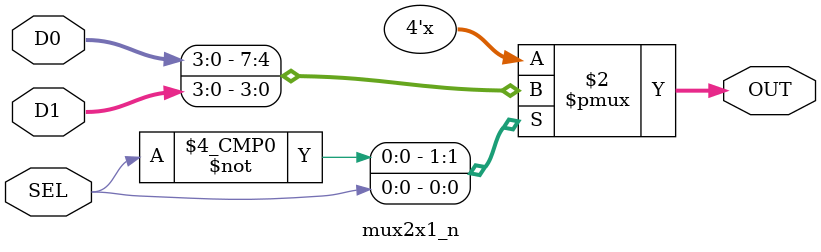
<source format=v>
module circuito_jogo_base (
    input  [3:0] botoes        ,
    input        jogar         ,
    input        reset         ,
    input        clock         ,
    output [3:0] leds          , 
    output       ganhou        ,
    output       perdeu        ,
    output       pronto        ,

    /* Sinais de depuração */
    output       db_iniciar    , 
    output       db_igual      ,
    output       db_tem_jogada , 
	output       db_timeout    ,
    output [3:0] db_contagem   ,
    output [3:0] db_memoria    ,
    output [3:0] db_estado     ,
    output [3:0] db_jogadafeita,
    output [3:0] db_rodada
);

    /* diversos wires usados para conexão entre os módulos abaixo */
    wire [3:0] s_chaves  ;
    wire [3:0] s_contagem;
    wire [3:0] s_memoria ;
    wire [3:0] s_estado  ;
	wire [15:0] s_contagem_inativo;
    wire fim_jogada          ; 
    wire wireConta_jogada    ;
    wire wireZera_jogada     ;
    wire wireZeraR           ;
    wire wireRegistraR       ;
    wire wireIgual           ;
    wire wureJogada          ;
    wire wire_zera_mostra_led;
    wire wire_conta_mostra_led;
    wire [3:0] wire_db_jogada;
    wire [3:0] wire_db_rodada;
	wire wireZeraInativo     ;
	wire wireContaInativo    ;
	wire wireInativo         ;
    wire wireFim_rodada      ;
    wire wireFim_jogo        ;
    wire wireZera_rodada     ;
    wire wireConta_rodada    ;
	wire wireRamWE           ;

    wire wire_fim_mostra_led ;
    // wire wireLed;
    // and (wireLed, ~wire_fim_mostra_led, wire_conta_mostra_led);

    // se estado = mostra leds, exibir valor de mem[0] = 0001; se não, mostrar botões
    // assign leds = (db_estado == 4'b1100) ? 4'b0001 : botoes;
    // assign leds = botoes | {3'b0, wireLed};
    // or (leds[0], botoes[0], wireLed);


    /* assigns usados para contctar as saídas dos módulos abaixo
       com a saída desse circuito */
    assign db_iniciar = jogar  ;
    assign db_igual = wireIgual;
    assign s_chaves = botoes   ;
	 
    /* fluxo de dados responsável pelo funcionamento do circuito 
       quando se trata de mudança de valores internos do sistema */
    fluxo_dados fluxo (
        .clock               (  clock               ),
        .zera_jogada         (  wireZera_jogada     ),
        .conta_jogada        (  wireConta_jogada    ),
        .zera_rodada         (  wireZera_rodada     ),
        .conta_rodada        (  wireConta_rodada    ),
        .zeraR               (  wireZeraR           ),
        .registraR           (  wireRegistraR       ),
        .botoes              (  botoes              ),
		.zeraInativo         (  wireZeraInativo     ),
		.contaInativo        (  wireContaInativo    ),
        .zera_mostra_led     (  wire_zera_mostra_led),
        .conta_mostra_led    (  wire_conta_mostra_led),
		.ramWE               (  wireRamWE           ),
        .leds                (  leds                ), //adicionado
		.inativo             (  wireInativo         ),
        .jogada_igual        (  wireIgual           ),
        .fim_jogada          (  wireFim_jogada      ),
        .fim_rodada          (  wireFim_rodada      ),
        .fim_jogo            (  wireFim_jogo        ),
        .fim_mostra_led      (  wire_fim_mostra_led ),
        .jogada_feita        (  wireJogada          ), 
        .db_tem_jogada       (  db_tem_jogada       ),
		.db_timeout          (  db_timeout          ),
        .db_contagem         (  s_contagem          ),
        .db_memoria          (  s_memoria           ),
        .db_jogada           (  wire_db_jogada      ),
        .db_rodada           (  wire_db_rodada      )
		// .db_contagem_inativo (  s_contagem_inativo  )
    );

    /* responsável pela mudança de estados do sistema e envio
       de sinais para o mesmo */
    unidade_controle uc (
        .clock            (  clock                ),
        .reset            (  reset                ),
        .iniciar          (  jogar                ),
        .fim_jogada       (  wireFim_jogada       ), 
        .fim_rodada       (  wireFim_rodada       ),
        .fim_jogo         (  wireFim_jogo         ),

        .fim_mostra_led   (  wire_fim_mostra_led  ),

        .jogada           (  wireJogada           ), 
        .jogada_igual     (  wireIgual            ),
		.inativo          (  wireInativo          ),

        .conta_mostra_led ( wire_conta_mostra_led),
        .zera_mostra_led  ( wire_zera_mostra_led),

        .zera_jogada   (  wireZera_jogada   ),
        .conta_jogada  (  wireConta_jogada  ),
        .zera_rodada   (  wireZera_rodada   ),
        .conta_rodada  (  wireConta_rodada  ),
		.contaInativo  (  wireContaInativo  ),
        .zeraR         (  wireZeraR         ),
		.zeraInativo   (  wireZeraInativo   ),
        .registraR     (  wireRegistraR     ),
        .ganhou        (  ganhou            ),
        .perdeu        (  perdeu            ),
        .pronto        (  pronto            ),
        .db_estado     (  s_estado          ),
		.ramWE         (  wireRamWE         )
    );
	 

/* -------------------------------------------------------- */
/* abaixo estão displays para 4 saídas diferentes de 4 bits */
/* -------------------------------------------------------- */

// Mostra o contador da memoria
hexa7seg HEX0 (
    .hexa    (  s_contagem   ),
    .display (  db_contagem  )
);

// Mostra o valor da memória
hexa7seg HEX1 (
    .hexa    (  s_memoria   ),
    .display (  db_memoria  )
);

// Mostra a jogada feita
hexa7seg HEX2 (
    .hexa    (  wire_db_jogada  ),
    .display (  db_jogadafeita  )
);

// Mostra a rodada atual
hexa7seg HEX3 (
    .hexa    (  wire_db_rodada  ),
    .display (  db_rodada       )
);

// Mostra o estado atual
hexa7seg HEX5 (
    .hexa    (  s_estado   ),
    .display (  db_estado  )
);

endmodule



module fluxo_dados (
   input  clock             ,
   input  zera_jogada       ,
   input  conta_jogada      ,
   input  zera_rodada       ,
   input  conta_rodada      ,
   input  zeraR             ,
   input  registraR         ,
   input  [3:0] botoes      ,
   input  zeraInativo       ,
   input  contaInativo      ,

   input  zera_mostra_led   ,
   input  conta_mostra_led  ,

	input  ramWE             ,
   output [3:0] leds        , // adicionado
   output inativo           ,
   output jogada_igual      ,
   output fim_jogada        ,
   output fim_rodada        ,
   output fim_jogo          ,

   output fim_mostra_led    ,

   output jogada_feita      ,
   output db_tem_jogada     ,
   output db_timeout        ,
   output [3:0] db_contagem ,
   output [3:0] db_memoria  ,
   output [3:0] db_jogada   ,
   output [3:0] db_rodada   
   // output [15:0] db_contagem_inativo
   );

    // sinais internos para interligacao dos componentes
   wire ALBo, AGBo      ;
   wire [3:0] s_endereco; 
   wire [3:0] s_rodada  ;
   wire [3:0] s_chaves  ;
   wire [3:0] s_dado    ;
   wire tem_jogada      ;
   wire wireJogadaIgual ;
   wire wireConta_mostra_led;
    
   /* redirecionamento dos wires para as saídas desse módulo */
   assign db_contagem   = s_endereco     ;
   assign db_jogada     = s_chaves       ;
   assign db_memoria    = s_dado         ;
   assign db_tem_jogada = tem_jogada     ;
   assign jogada_igual  = wireJogadaIgual;
	assign db_rodada     = s_rodada       ;
	assign db_timeout    = inativo        ;
   assign wireConta_mostra_led = conta_mostra_led;
	 
   /* or responsável pelo sinal que será mandado para o
      edge_detector e para o sinal de depuração tem_jogada */
   or (tem_jogada, botoes[3], botoes[2], botoes[1], botoes[0]);

   /* detector de jogada, que por escolha do grupo fica 
      sempre resetado e é reponsável pelo sinal para quando
      o jogador faz uma nova jogada */
   edge_detector edge_detector(
      .clock (  clock        ),
      .reset (  1'b0         ),
      .sinal (  tem_jogada   ),
      .pulso (  jogada_feita )
   );


   mux2x1_n mux_leds(
      .D0 ( botoes ), 
      .D1 ( s_dado ), 
      .SEL( wireConta_mostra_led ), // é um no estado mostra_led
      .OUT( leds )
   );

   /* contador não sensível a toda borda de de subida de clock. Esse
      contador so acrescenta seu valor quando conta é ativo */
   contador_m contador_jogada (
      .clock   (  clock         ),
      .zera_as (  zera_jogada   ),
      .zera_s  (  1'b0          ),
      .conta   (  conta_jogada  ),
      .Q       (  s_endereco    ),
      .fim     (  fim_jogada    ),
      .meio    (                )
   );
   /* contador responsável por contar as rodadas */
   contador_m contador_rodada (
      .clock   (  clock         ),
      .zera_as (  zera_rodada   ),
      .zera_s  (  1'b0          ),
      .conta   (  conta_rodada  ),
      .Q       (  s_rodada      ),
      .fim     (  fim_jogo      ),
      .meio    (                )
   );

	/*contador responsável por mensurar o tempo de inatividade do jogador */
	contador_163_5k contador_inativo (
      .clock (  ~clock               ),
      .clr   (  ~zeraInativo         ),
      .ld    (  1'b1                 ),
      .ent   (  contaInativo         ),
      .enp   (  1'b1                 ),
      .D     (  4'b0000              ),
      .Q     (                       ),
      .rco   (  inativo              )
   );

   /*contador responsável por determinar o tempo de mostrar led */
	contador_163_2k contador_mostra_led (
      .clock (  ~clock            ),
      .clr   (  ~zera_mostra_led  ),
      .ld    (  1'b1              ),
      .ent   (wireConta_mostra_led),
      .enp   (  1'b1              ),
      .D     (  4'b0000           ),
      .Q     (                    ),
      .rco   (  fim_mostra_led    )
   );
    
   /* memoria pre carregada com 16 valores para teste */
   sync_ram_16x4_file mem (
      .clk     (  clock       ),
		.we      (  ramWE       ),
		.data    (  s_chaves    ),
      .addr    (  s_endereco  ),
      .q       (  s_dado      )
   );
	
	
   /* registrador utilizado para salvar a jogada feita pelo usuario */
   registrador_4 reg1 (
      .clock  (  clock      ),
      .clear  (  zeraR      ),
      .enable (  registraR  ),
      .D      (  botoes     ),
      .Q      (  s_chaves   )
   );

   /* responsável por comparar os valores da saída
      da memória com os da chave enviados pelo usuário */
   comparador_85 comparador_jogada (
      .A    (  s_dado           ),
      .B    (  s_chaves         ),
      .ALBi (  1'b0             ),
      .AGBi (  1'b0             ),
      .AEBi (  1'b1             ),
      .ALBo (  ALBo             ),
      .AGBo (  AGBo             ),
      .AEBo (  wireJogadaIgual  )
   );
   
   /* responsável por comparar a rodada atual com a jogada atual*/
   comparador_85 comparador_rodada (
   .A    (  s_rodada    ),
   .B    (  s_endereco  ),
   .ALBi (  1'b0        ),
   .AGBi (  1'b0        ),
   .AEBi (  1'b1        ),
   .ALBo (              ),
   .AGBo (              ),   
   .AEBo (  fim_rodada  )
   );
    
 endmodule




//------------------------------------------------------------------
// Arquivo   : exp4_unidade_controle.v
// Projeto   : Experiência 4 - Projeto de uma Unidade de Controle
//------------------------------------------------------------------
// Descrição : Unidade de controle
//
// usar este código como template (modelo) para codificar 
// máquinas de estado de unidades de controle            
//------------------------------------------------------------------
// Revisões  :
//     Data        Versão  Autor             Descrição
//     14/01/2024  1.0     Edson Midorikawa  versão inicial
//------------------------------------------------------------------
//
module unidade_controle (
    input      clock           ,
    input      reset           ,
    input      iniciar         ,
    input      fim_jogada      ,
    input      fim_rodada      , 
    input      fim_jogo        , 
    input      fim_mostra_led  ,
    input      jogada          , 
    input      jogada_igual    ,
	input      inativo         ,
    output reg conta_mostra_led, 
    output reg zera_mostra_led , 
    output reg zera_jogada     ,
    output reg conta_jogada    ,
    output reg zera_rodada     ,
    output reg conta_rodada    ,
	output reg contaInativo    ,
	output reg zeraInativo     ,
    output reg zeraR           ,
    output reg registraR       ,
    output reg ganhou          ,
    output reg perdeu          ,
    output reg pronto          ,
    output reg ramWE           ,
    output reg [3:0] db_estado
);
    
    /* declaração dos estados dessa UC */
    parameter inicial              = 4'b0000; // 0
    parameter inicializa_elementos = 4'b0001; // 1
    parameter inicio_da_rodada     = 4'b0010; // 2
    parameter espera_jogada        = 4'b0011; // 3
    parameter registra_jogada      = 4'b0100; // 4
    parameter compara_jogada       = 4'b0101; // 5
    parameter proxima_jogada       = 4'b0110; // 6
    parameter proxima_rodada       = 4'b0111; // 7
    parameter ultima_rodada        = 4'b1000; // 8
	parameter espera_nova          = 4'b1001; // 9 //
    parameter final_com_acertos    = 4'b1010; // A
	parameter registra_nova        = 4'b1011; // B //
    parameter mostra_led           = 4'b1100; // C //
    parameter final_com_erro       = 4'b1110; // E
	parameter final_com_timeout    = 4'b1111; // F

    // Variáveis de estado
    reg [3:0] Eatual, Eprox;

    // Memória de estado
    always @(posedge clock or posedge reset) begin
        if (reset)
            Eatual <= inicial;
        else
            Eatual <= Eprox;
    end



    always @* begin
        case (Eatual)
            inicial:              Eprox = iniciar ? inicializa_elementos : inicial;
            inicializa_elementos: Eprox = mostra_led; 
            mostra_led:           Eprox = fim_mostra_led ? inicio_da_rodada : mostra_led;

            inicio_da_rodada:     Eprox = espera_jogada;
            espera_jogada:        Eprox = (jogada && ~inativo) ? registra_jogada : 
                                           inativo ? final_com_timeout : espera_jogada;
            registra_jogada:      Eprox = compara_jogada;
            compara_jogada:       Eprox = ~jogada_igual ? final_com_erro : 
                                          (jogada_igual && fim_rodada) ? ultima_rodada : proxima_jogada ;

            ultima_rodada:        Eprox = fim_jogo ? final_com_acertos : espera_nova;

            // espera_nova:		  Eprox = jogada && ~inativo? registra_nova : inativo ? final_com_timeout : espera_nova;
            espera_nova:		  Eprox = inativo ? final_com_timeout : jogada ? registra_nova : espera_nova;

            registra_nova:		  Eprox = proxima_rodada;
				
            proxima_rodada:       Eprox = inicio_da_rodada;
            proxima_jogada:       Eprox = espera_jogada;
            final_com_acertos:    Eprox = iniciar ? inicializa_elementos : final_com_acertos;
            final_com_erro:       Eprox = iniciar ? inicializa_elementos : final_com_erro;
			final_com_timeout:    Eprox = iniciar ? inicializa_elementos : final_com_timeout;
            default:              Eprox = inicial;
        endcase
    end

    // Lógica de saída (maquina Moore)
    always @* begin
	 
		ramWE          = (Eatual == proxima_rodada) ? 1'b1 : 1'b0;
        zera_mostra_led  = (Eatual == inicial              ||
                            Eatual == inicializa_elementos ) ? 1'b1 : 1'b0;
        conta_mostra_led = (Eatual == mostra_led) ? 1'b1 : 1'b0;
        zera_jogada    = (Eatual == inicial              || 
                          Eatual == inicializa_elementos || 
                          Eatual == inicio_da_rodada     ) ? 1'b1 : 1'b0;

        conta_rodada   = (Eatual == proxima_rodada) ? 1'b1 : 1'b0;   
        zera_rodada    = (Eatual == inicial              || 
                          Eatual == inicializa_elementos || 
                          Eatual == final_com_acertos    || 
                          Eatual == final_com_erro       || 
                          Eatual == final_com_timeout    ) ? 1'b1 : 1'b0;
        conta_jogada   = (Eatual == proxima_jogada || Eatual == registra_nova) ? 1'b1 : 1'b0;
        pronto         = (Eatual == final_com_acertos || 
                          Eatual == final_com_erro    || 
                          Eatual == final_com_timeout ) ? 1'b1 : 1'b0; 
        zeraR          = (Eatual == inicial || 
                          Eatual == inicializa_elementos) ? 1'b1 : 1'b0;
        registraR      = (Eatual == registra_jogada || Eatual == registra_nova) ? 1'b1 : 1'b0;
        ganhou         = (Eatual == final_com_acertos) ? 1'b1 : 1'b0; 
        perdeu         = (Eatual == final_com_erro || Eatual == final_com_timeout) ? 1'b1 : 1'b0;
		zeraInativo    = (Eatual == inicial              || 
                          Eatual == inicializa_elementos || 
                          Eatual == registra_jogada      ) ? 1'b1 : 1'b0;
		contaInativo   = (Eatual == espera_jogada || Eatual == espera_nova) ? 1'b1 : 1'b0;


        // Saída de depuração (estado)
        case (Eatual)
            inicial:              db_estado = 4'b0000; // 0
            inicializa_elementos: db_estado = 4'b0001; // 1
            inicio_da_rodada:     db_estado = 4'b0010; // 2
            espera_jogada:        db_estado = 4'b0011; // 3
            registra_jogada:      db_estado = 4'b0100; // 4
            compara_jogada:       db_estado = 4'b0101; // 5
            proxima_jogada:       db_estado = 4'b0110; // 6
            proxima_rodada:       db_estado = 4'b0111; // 7
            ultima_rodada:        db_estado = 4'b1000; // 8
			espera_nova:          db_estado = 4'b1001; // 9
            final_com_acertos:    db_estado = 4'b1010; // A
			registra_nova:        db_estado = 4'b1011; // B 
            mostra_led:           db_estado = 4'b1100; // C 
            final_com_erro:       db_estado = 4'b1110; // E
	        final_com_timeout:    db_estado = 4'b1111; // F
            default:              db_estado = 4'b1101; 
        endcase
    end

endmodule



module sync_ram_16x4_file(
    input        clk,
    input        we,
    input  [3:0] data,
    input  [3:0] addr,
    output [3:0] q
);

    // Variavel RAM (armazena dados)
    reg [3:0] ram[15:0];

    // Registra endereco de acesso
    reg [3:0] addr_reg;

    // Especifica conteudo inicial da RAM
    // a partir da leitura de arquivo usando $readmemb
    initial 
    begin : INICIA_RAM
        ram[4'b0] = 4'b0001;
    end 

    always @ (posedge clk)
    begin
        // Escrita da memoria
        if (we)
            ram[addr] <= data;

        addr_reg <= addr;
    end

    // Atribuicao continua retorna dado
    assign q = ram[addr_reg];

endmodule



module registrador_4 (
    input        clock ,
    input        clear ,
    input        enable,
    input  [3:0] D     ,
    output [3:0] Q
);

    reg [3:0] IQ;

    always @(posedge clock or posedge clear) begin
        if (clear)
            IQ <= 0;
        else if (enable)
            IQ <= D;
    end

    assign Q = IQ;

endmodule



module hexa7seg (hexa, display);
    input      [3:0] hexa;
    output reg [3:0] display;

    /*
     *    ---
     *   | 0 |
     * 5 |   | 1
     *   |   |
     *    ---
     *   | 6 |
     * 4 |   | 2
     *   |   |
     *    ---
     *     3
     */
        
    always @(hexa)
    case (hexa)
        4'h0:    display = 4'h0;
        4'h1:    display = 4'h1;
        4'h2:    display = 4'h2;
        4'h3:    display = 4'h3;
        4'h4:    display = 4'h4;
        4'h5:    display = 4'h5;
        4'h6:    display = 4'h6;
        4'h7:    display = 4'h7;
        4'h8:    display = 4'h8;
        4'h9:    display = 4'h9;
        4'ha:    display = 4'ha;
        4'hb:    display = 4'hb;
        4'hc:    display = 4'hc;
        4'hd:    display = 4'hd;
        4'he:    display = 4'he;
        4'hf:    display = 4'hf;
        default: display = 4'h0;
    endcase
endmodule



module edge_detector (
    input  clock,
    input  reset,
    input  sinal,
    output pulso
);

    reg reg0;
    reg reg1;

    always @(posedge clock or posedge reset) begin
        if (reset) begin
            reg0 <= 1'b0;
            reg1 <= 1'b0;
        end else if (clock) begin
            reg0 <= sinal;
            reg1 <= reg0;
        end
    end

    assign pulso = ~reg1 & reg0;

endmodule



module contador_m #(parameter M=16, N=4)
  (
   input  wire          clock  ,
   input  wire          zera_as,
   input  wire          zera_s ,
   input  wire          conta  ,
   output reg  [N-1:0]  Q      ,
   output reg           fim    ,
   output reg           meio
  );

  always @(posedge clock or posedge zera_as) begin
    if (zera_as) begin
      Q <= 0;
    end else if (clock) begin
      if (zera_s) begin
        Q <= 0;
      end else if (conta) begin
        if (Q == M-1) begin
          Q <= 0;
        end else begin
          Q <= Q + 1;
        end
      end
    end
  end

  // Saidas
  always @ (Q)
      if (Q == M-1)   fim = 1;
      else            fim = 0;

  always @ (Q)
      if (Q == M/2-1) meio = 1;
      else            meio = 0;

endmodule



module comparador_85 (ALBi, AGBi, AEBi, A, B, ALBo, AGBo, AEBo);

    input[3:0] A, B;
    input      ALBi, AGBi, AEBi;
    output     ALBo, AGBo, AEBo;
    wire[4:0]  CSL, CSG;

    assign CSL  = ~A + B + ALBi;
    assign ALBo = ~CSL[4];
    assign CSG  = A + ~B + AGBi;
    assign AGBo = ~CSG[4];
    assign AEBo = ((A == B) && AEBi);

endmodule



module contador_163_5k ( input clock       , 
                      input clr         , 
                      input ld          , 
                      input ent         , 
                      input enp         , 
                      input [3:0] D     , 
                      output reg [15:0]Q, 
                      output reg rco
                    );

	 initial begin
		Q = 16'd0;
    end
	 
    always @ (posedge clock)
        if (~clr)               Q <= 16'd0;
        else if (~ld)           Q <= D;
        else if (ent && enp)    Q <= Q + 1;
        else                    Q <= Q;
 
    always @ (Q or ent)
        if (ent && (Q == 16'd5000))   rco = 1;
        else                          rco = 0;
endmodule



module contador_163_2k ( input clock       , 
                      input clr         , 
                      input ld          , 
                      input ent         , 
                      input enp         , 
                      input [3:0] D     , 
                      output reg [15:0]Q, 
                      output reg rco
                    );

	 initial begin
		Q = 16'd0;
    end
	 
    always @ (posedge clock)
        if (~clr)               Q <= 16'd0;
        else if (~ld)           Q <= D;
        else if (ent && enp)    Q <= Q + 1;
        else                    Q <= Q;
 
    always @ (Q or ent)
        if (ent && (Q == 16'd2000))   rco = 1;
        else                          rco = 0;
endmodule


/*------------------------------------------------------------------------
 * Arquivo   : mux2x1_n.v
 * Projeto   : Jogo do Desafio da Memoria
 *------------------------------------------------------------------------
 * Descricao : multiplexador 2x1 com entradas de n bits (parametrizado) 
 * 
 * adaptado a partir do codigo my_4t1_mux.vhd do livro "Free Range VHDL"
 * 
 * exemplo de uso: ver testbench mux2x1_n_tb.v
 *------------------------------------------------------------------------
 * Revisoes  :
 *     Data        Versao  Autor             Descricao
 *     15/02/2024  1.0     Edson Midorikawa  criacao
 *------------------------------------------------------------------------
 */

module mux2x1_n #(
    parameter BITS = 4
) (
    input      [BITS-1:0] D0,
    input      [BITS-1:0] D1,
    input                 SEL,
    output reg [BITS-1:0] OUT
);

always @(*) begin
    case (SEL)
        1'b0:    OUT = D0;
        1'b1:    OUT = D1;
        default: OUT = {BITS{1'b1}}; // todos os bits em 1
    endcase
end

endmodule
</source>
